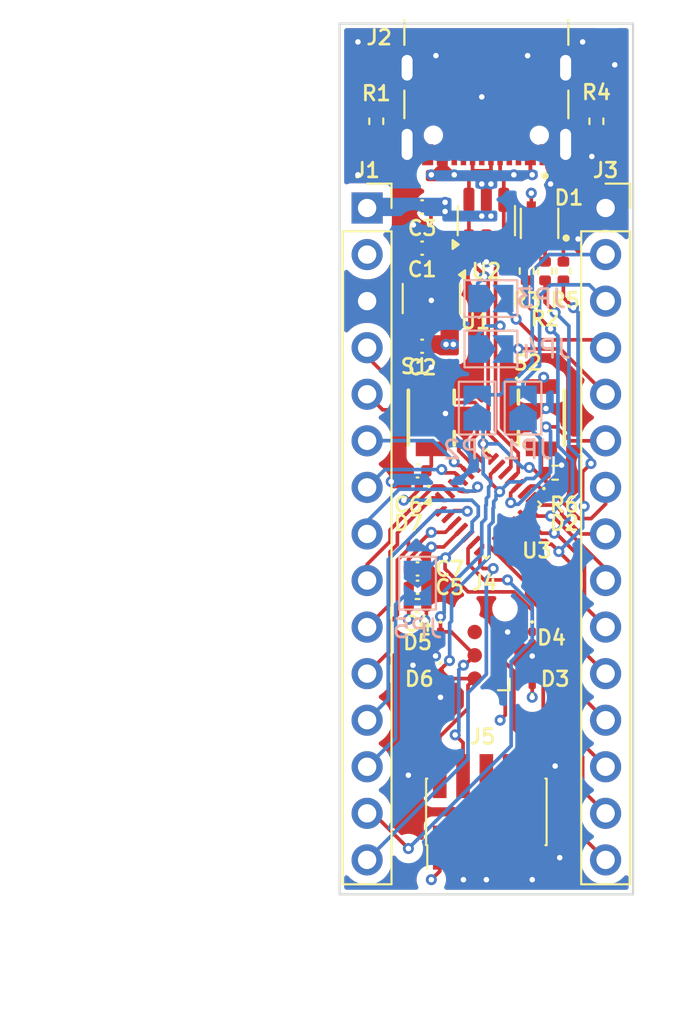
<source format=kicad_pcb>
(kicad_pcb (version 20241229) (generator "pcbnew") (generator_version "9.0")
  (layers (0 "F.Cu" signal) (4 "In1.Cu" signal) (6 "In2.Cu" signal) (2 "B.Cu" signal) (13 "F.Paste" user) (15 "B.Paste" user) (5 "F.SilkS" user "F.Silkscreen") (7 "B.SilkS" user "B.Silkscreen") (1 "F.Mask" user) (3 "B.Mask" user) (25 "Edge.Cuts" user))
  (net 0 "")
  (net 1 "Net-(J2-CC1)")
  (net 4 "VCC")
  (net 5 "GND")
  (net 6 "USB_DP")
  (net 7 "USB_DN")
  (net 8 "Net-(J2-CC2)")
  (net 9 "+3V3")
  (net 14 "DEBUG_RESET")
  (net 15 "DEBUG_SWDIO")
  (net 16 "PA11")
  (net 17 "PC6")
  (net 18 "PA8")
  (net 19 "PB1")
  (net 20 "PA4")
  (net 21 "PA5")
  (net 22 "PA6")
  (net 23 "PB0")
  (net 24 "PA7")
  (net 25 "PA3")
  (net 26 "PA12")
  (net 27 "PB7")
  (net 28 "PB6")
  (net 29 "PB5")
  (net 30 "PB3")
  (net 31 "PA0")
  (net 32 "PA15")
  (net 33 "PB4")
  (net 34 "PC15")
  (net 35 "PB8")
  (net 36 "PC14")
  (net 37 "PA2")
  (net 38 "PA1")
  (net 39 "PA14")
  (net 40 "PA13")
  (net 41 "PF2")
  (net 42 "Net-(D1-Pad2)")
  (net 43 "Net-(D1-Pad1)")
  (net 44 "Net-(D1-Pad4)")
  (net 45 "BOOT0")
  (footprint "Resistor_SMD:R_0402_1005Metric" (layer "F.Cu") (at 135.55 81.2275 90)
    (property "Reference" "R3")
    (property "Value" "30")
  )
  (footprint "Diode_SMD:D_0201_0603Metric" (layer "F.Cu") (at 137.35 93.091165)
    (property "Reference" "D2")
    (property "Value" "ESDALC6V1-1U2")
  )
  (footprint "footprints:C_0402_1005Metric" (layer "F.Cu") (at 129.6 97.4775)
    (property "Reference" "C7")
    (property "Value" "100nF")
  )
  (footprint "Resistor_SMD:R_0402_1005Metric" (layer "F.Cu") (at 139.35 73.0575 -90)
    (property "Reference" "R4")
    (property "Value" "5K1")
  )
  (footprint "Capacitor_SMD:C_0402_1005Metric" (layer "F.Cu") (at 129.6 99.4775)
    (property "Reference" "C4")
    (property "Value" "100nF")
  )
  (footprint "footprints:C_0402_1005Metric" (layer "F.Cu") (at 129.6 98.4775)
    (property "Reference" "C5")
    (property "Value" "4.7uF")
  )
  (footprint "footprints:C_0402_1005Metric" (layer "F.Cu") (at 129.85 85.3275 180)
    (property "Reference" "C2")
    (property "Value" "1uF")
  )
  (footprint "footprints:LED_B38G3RGB-10D0003H2U1930" (layer "F.Cu") (at 136.25 78.6275 180)
    (property "Reference" "D1")
    (property "Value" "B38G3RGB-10D0003H2U1930")
  )
  (footprint "Package_DFN_QFN:QFN-28_4x4mm_P0.5mm" (layer "F.Cu") (at 133.35 93.952394 45)
    (property "Reference" "U3")
    (property "Value" "STM32C071G8Ux")
  )
  (footprint "Resistor_SMD:R_0402_1005Metric" (layer "F.Cu") (at 137.55 81.2275 90)
    (property "Reference" "R5")
    (property "Value" "130")
  )
  (footprint "Diode_SMD:D_0201_0603Metric" (layer "F.Cu") (at 130.85 103.4775 -90)
    (property "Reference" "D6")
    (property "Value" "ESDALC6V1-1U2")
  )
  (footprint "footprints:TL1017AABF160QG" (layer "F.Cu") (at 130.35 89.2275 90)
    (property "Reference" "S1")
    (property "Value" "TL1017AABF160QG" (hide yes))
  )
  (footprint "Diode_SMD:D_0201_0603Metric" (layer "F.Cu") (at 130.85 101.2275 -90)
    (property "Reference" "D5")
    (property "Value" "ESDALC6V1-1U2")
  )
  (footprint "Package_TO_SOT_SMD:SOT-23-6" (layer "F.Cu") (at 133.35 78.4775 90)
    (property "Reference" "U2")
    (property "Value" "USBLC6-2SC6")
  )
  (footprint "Fiducial:Fiducial_0.5mm_Mask1mm" (layer "F.Cu") (at 139.954 68.7395)
    (property "Reference" "FID2")
    (property "Value" "Fiducial")
  )
  (footprint "Package_TO_SOT_SMD:SOT-23-5" (layer "F.Cu") (at 130.35 82.7275 -90)
    (property "Reference" "U1")
    (property "Value" "TLV75533PDBV")
  )
  (footprint "footprints:C_0402_1005Metric" (layer "F.Cu") (at 129.85 77.7275 180)
    (property "Reference" "C3")
    (property "Value" "100pF")
  )
  (footprint "footprints:SAMESKY_UJ20-C-H-G-SMT-1-P16-TR" (layer "F.Cu") (at 133.35 71.7875 180)
    (property "Reference" "J2")
    (property "Value" "UJ20-C-H-G-SMT-1-P16-TR")
  )
  (footprint "Connector_PinSocket_2.54mm:PinSocket_1x15_P2.54mm_Vertical" (layer "F.Cu") (at 139.85 77.7875)
    (property "Reference" "J3")
    (property "Value" "Conn_01x14")
  )
  (footprint "footprints:C_0402_1005Metric" (layer "F.Cu") (at 129.6 92.1275 180)
    (property "Reference" "C6")
    (property "Value" "100nF")
  )
  (footprint "Diode_SMD:D_0201_0603Metric" (layer "F.Cu") (at 135.85 101.2275 -90)
    (property "Reference" "D4")
    (property "Value" "ESDALC6V1-1U2")
  )
  (footprint "Connector:Tag-Connect_TC2030-IDC-NL_2x03_P1.27mm_Vertical" (layer "F.Cu") (at 133.35 102.1875 90)
    (property "Reference" "J4")
    (property "Value" "Conn_ARM_SWD_TagConnect_TC2030-NL")
  )
  (footprint "Fiducial:Fiducial_0.5mm_Mask1mm" (layer "F.Cu") (at 137.1 98.4775)
    (property "Reference" "FID3")
    (property "Value" "Fiducial")
  )
  (footprint "Fiducial:Fiducial_0.5mm_Mask1mm" (layer "F.Cu") (at 127 70.0095)
    (property "Reference" "FID1")
    (property "Value" "Fiducial")
  )
  (footprint "Connector_PinHeader_1.27mm:PinHeader_2x05_P1.27mm_Vertical_SMD" (layer "F.Cu") (at 133.35 110.7275 90)
    (property "Reference" "J5")
    (property "Value" "Conn_ARM_JTAG_SWD_10")
  )
  (footprint "Resistor_SMD:R_0402_1005Metric" (layer "F.Cu") (at 136.55 81.2275 90)
    (property "Reference" "R2")
    (property "Value" "30")
  )
  (footprint "Connector_PinSocket_2.54mm:PinSocket_1x15_P2.54mm_Vertical" (layer "F.Cu") (at 126.85 77.7875)
    (property "Reference" "J1")
    (property "Value" "Conn_01x14")
  )
  (footprint "footprints:TL1017AABF160QG" (layer "F.Cu") (at 136.35 89.2275 -90)
    (property "Reference" "S2")
    (property "Value" "TL1017AABF160QG" (hide yes))
  )
  (footprint "footprints:C_0402_1005Metric" (layer "F.Cu") (at 129.85 79.9775 180)
    (property "Reference" "C1")
    (property "Value" "1uF")
  )
  (footprint "Diode_SMD:D_0201_0603Metric" (layer "F.Cu") (at 135.85 103.4775 90)
    (property "Reference" "D3")
    (property "Value" "ESDALC6V1-1U2")
  )
  (footprint "Diode_SMD:D_0201_0603Metric" (layer "F.Cu") (at 129.35 92.9775 180)
    (property "Reference" "D7")
    (property "Value" "ESDALC6V1-1U2")
  )
  (footprint "Resistor_SMD:R_0402_1005Metric" (layer "F.Cu") (at 137.1 92.2275 180)
    (property "Reference" "R6")
    (property "Value" "5K1")
  )
  (footprint "Resistor_SMD:R_0402_1005Metric" (layer "F.Cu") (at 127.35 73.0575 -90)
    (property "Reference" "R1")
    (property "Value" "5K1")
  )
  (footprint "footprints:SolderJumper-2_P1.3mm_Open_TrianglePad1.0x1.5mm" (layer "B.Cu") (at 135.35 88.7025 90)
    (property "Reference" "JP1")
    (property "Value" "SolderJumper_2_Open")
  )
  (footprint "footprints:SolderJumper-2_P1.3mm_Open_TrianglePad1.0x1.5mm" (layer "B.Cu") (at 132.85 88.7025 90)
    (property "Reference" "JP2")
    (property "Value" "SolderJumper_2_Open")
  )
  (footprint "footprints:SolderJumper-2_P1.3mm_Open_TrianglePad1.0x1.5mm" (layer "B.Cu") (at 129.6 98.2525 -90)
    (property "Reference" "JP5")
    (property "Value" "SolderJumper_2_Open")
  )
  (footprint "footprints:SolderJumper-2_P1.3mm_Open_TrianglePad1.0x1.5mm" (layer "B.Cu") (at 133.6 82.7275)
    (property "Reference" "JP3")
    (property "Value" "SolderJumper_2_Open")
  )
  (footprint "footprints:SolderJumper-2_P1.3mm_Open_TrianglePad1.0x1.5mm" (layer "B.Cu") (at 133.6 85.4775)
    (property "Reference" "JP4")
    (property "Value" "SolderJumper_2_Open")
  )
  (gr_line (start 141.35 115.2275) (end 125.35 115.2275) (stroke (width 0.12)) (layer "Edge.Cuts"))
  (gr_line (start 125.35 67.7275) (end 141.35 67.7275) (stroke (width 0.12)) (layer "Edge.Cuts"))
  (gr_line (start 125.35 115.2275) (end 125.35 67.7275) (stroke (width 0.12)) (layer "Edge.Cuts"))
  (gr_line (start 141.35 67.7275) (end 141.35 115.2275) (stroke (width 0.12)) (layer "Edge.Cuts"))
  (segment (start 139.446 72.5475) (end 136.108 72.5475) (width 0.2) (layer "F.Cu") (net 1))
  (segment (start 134.6 74.0555) (end 134.6 74.8825) (width 0.2) (layer "F.Cu") (net 1))
  (segment (start 136.108 72.5475) (end 134.6 74.0555) (width 0.2) (layer "F.Cu") (net 1))
  (segment (start 133.35 77.34) (end 133.35 77.9775) (width 0.2) (layer "F.Cu") (net 4))
  (segment (start 131.6 75.9775) (end 130.95 75.3275) (width 0.2) (layer "F.Cu") (net 4))
  (segment (start 133.35 77.34) (end 133.35 76.7275) (width 0.2) (layer "F.Cu") (net 4))
  (segment (start 131.3 80.9475) (end 131.3 81.59) (width 0.2) (layer "F.Cu") (net 4))
  (segment (start 130.33 79.9775) (end 131.3 80.9475) (width 0.2) (layer "F.Cu") (net 4))
  (segment (start 130.85 77.7275) (end 131.1 77.4775) (width 0.2) (layer "F.Cu") (net 4))
  (segment (start 135.75 75.8775) (end 135.85 75.9775) (width 0.2) (layer "F.Cu") (net 4))
  (segment (start 130.39 77.7875) (end 130.33 77.7275) (width 0.2) (layer "F.Cu") (net 4))
  (segment (start 130.95 75.3275) (end 130.95 74.8825) (width 0.2) (layer "F.Cu") (net 4))
  (segment (start 130.33 79.9775) (end 129.4 80.9075) (width 0.2) (layer "F.Cu") (net 4))
  (segment (start 133.1 76.4775) (end 133.6 76.4775) (width 0.2) (layer "F.Cu") (net 4))
  (segment (start 133.35 76.7275) (end 133.6 76.4775) (width 0.2) (layer "F.Cu") (net 4))
  (segment (start 135.75 75.9775) (end 135.75 74.8825) (width 0.2) (layer "F.Cu") (net 4))
  (segment (start 135.75 74.8825) (end 135.75 75.8775) (width 0.2) (layer "F.Cu") (net 4))
  (segment (start 130.85 77.7275) (end 131.1 77.9775) (width 0.2) (layer "F.Cu") (net 4))
  (segment (start 130.35 75.9775) (end 130.95 75.3775) (width 0.2) (layer "F.Cu") (net 4))
  (segment (start 134.85 75.9775) (end 135.75 75.9775) (width 0.2) (layer "F.Cu") (net 4))
  (segment (start 130.33 77.7275) (end 130.33 79.9775) (width 0.2) (layer "F.Cu") (net 4))
  (segment (start 129.4 80.9075) (end 129.4 81.59) (width 0.2) (layer "F.Cu") (net 4))
  (segment (start 133.313503 77.053503) (end 133.35 77.09) (width 0.2) (layer "F.Cu") (net 4))
  (segment (start 133.35 77.9775) (end 133.6 78.2275) (width 0.2) (layer "F.Cu") (net 4))
  (segment (start 130.95 75.3775) (end 130.95 74.8825) (width 0.2) (layer "F.Cu") (net 4))
  (segment (start 130.33 77.7275) (end 130.85 77.7275) (width 0.2) (layer "F.Cu") (net 4))
  (via (at 133.1 76.4775) (size 0.6) (drill 0.3) (layers "F.Cu" "B.Cu") (net 4))
  (via (at 133.6 78.2275) (size 0.6) (drill 0.3) (layers "F.Cu" "B.Cu") (net 4))
  (via (at 131.1 77.4775) (size 0.6) (drill 0.3) (layers "F.Cu" "B.Cu") (net 4))
  (via (at 135.85 75.9775) (size 0.6) (drill 0.3) (layers "F.Cu" "B.Cu") (net 4))
  (via (at 133.1 78.2275) (size 0.6) (drill 0.3) (layers "F.Cu" "B.Cu") (net 4))
  (via (at 134.85 75.9775) (size 0.6) (drill 0.3) (layers "F.Cu" "B.Cu") (net 4))
  (via (at 131.6 75.9775) (size 0.6) (drill 0.3) (layers "F.Cu" "B.Cu") (net 4))
  (via (at 131.1 77.9775) (size 0.6) (drill 0.3) (layers "F.Cu" "B.Cu") (net 4))
  (via (at 133.6 76.4775) (size 0.6) (drill 0.3) (layers "F.Cu" "B.Cu") (net 4))
  (via (at 130.35 75.9775) (size 0.6) (drill 0.3) (layers "F.Cu" "B.Cu") (net 4))
  (segment (start 138.42 73.5675) (end 137.67 74.3175) (width 0.2) (layer "F.Cu") (net 5))
  (segment (start 130.08 99.4775) (end 130.08 100.188005) (width 0.2) (layer "F.Cu") (net 5))
  (segment (start 137.45 91.812931) (end 137.668167 92.031098) (width 0.2) (layer "F.Cu") (net 5))
  (segment (start 129.37 78.7075) (end 129.37 79.9775) (width 0.2) (layer "F.Cu") (net 5))
  (segment (start 130.08 100.188005) (end 130.003321 100.264684) (width 0.2) (layer "F.Cu") (net 5))
  (segment (start 130.349 96.277503) (end 130.349002 96.277501) (width 0.2) (layer "F.Cu") (net 5))
  (segment (start 129.12 92.1275) (end 129.12 92.8875) (width 0.2) (layer "F.Cu") (net 5))
  (segment (start 134.045 100.9775) (end 133.985 100.9175) (width 0.2) (layer "F.Cu") (net 5))
  (segment (start 130.08 99.4775) (end 130.08 96.546503) (width 0.2) (layer "F.Cu") (net 5))
  (segment (start 134.449708 100.9775) (end 134.045 100.9775) (width 0.2) (layer "F.Cu") (net 5))
  (segment (start 139.446 73.5675) (end 138.42 73.5675) (width 0.2) (layer "F.Cu") (net 5))
  (segment (start 129.37 85.4975) (end 130.35 86.4775) (width 0.2) (layer "F.Cu") (net 5))
  (segment (start 137.668167 92.169333) (end 137.61 92.2275) (width 0.2) (layer "F.Cu") (net 5))
  (segment (start 129.37 85.3275) (end 129.37 85.4975) (width 0.2) (layer "F.Cu") (net 5))
  (segment (start 135.85 114.4275) (end 135.89 114.3875) (width 0.2) (layer "F.Cu") (net 5))
  (segment (start 132 89.2275) (end 131.350526 89.2275) (width 0.2) (layer "F.Cu") (net 5))
  (segment (start 130.08 96.546503) (end 130.349 96.277503) (width 0.2) (layer "F.Cu") (net 5))
  (segment (start 130.35 84.3475) (end 130.35 82.8275) (width 0.2) (layer "F.Cu") (net 5))
  (segment (start 129.37 85.3275) (end 130.35 84.3475) (width 0.2) (layer "F.Cu") (net 5))
  (segment (start 130.35 87.527499) (end 130.35 86.4775) (width 0.2) (layer "F.Cu") (net 5))
  (segment (start 136.55 74.8825) (end 137.105 74.8825) (width 0.2) (layer "F.Cu") (net 5))
  (segment (start 134.7 89.2275) (end 136.1 89.2275) (width 0.2) (layer "F.Cu") (net 5))
  (segment (start 130.582102 101.815398) (end 130.85 101.5475) (width 0.2) (layer "F.Cu") (net 5))
  (segment (start 136.1 89.2275) (end 136.6 88.7275) (width 0.2) (layer "F.Cu") (net 5))
  (segment (start 131.024893 96.277501) (end 131.979981 95.322413) (width 0.2) (layer "F.Cu") (net 5))
  (segment (start 131.350526 89.2275) (end 131.119526 88.9965) (width 0.2) (layer "F.Cu") (net 5))
  (segment (start 128.28 73.5675) (end 129.03 74.3175) (width 0.2) (layer "F.Cu") (net 5))
  (segment (start 132.08 114.4075) (end 132.1 114.4275) (width 0.2) (layer "F.Cu") (net 5))
  (segment (start 130.35 81.59) (end 130.35 82.8275) (width 0.2) (layer "F.Cu") (net 5))
  (segment (start 129.37 78.7075) (end 129.37 77.7275) (width 0.2) (layer "F.Cu") (net 5))
  (segment (start 135.85 102.2275) (end 135.85 101.5475) (width 0.2) (layer "F.Cu") (net 5))
  (segment (start 137.668167 92.031098) (end 137.668167 92.169333) (width 0.2) (layer "F.Cu") (net 5))
  (segment (start 127.254 73.5675) (end 128.28 73.5675) (width 0.2) (layer "F.Cu") (net 5))
  (segment (start 132.08 112.6775) (end 132.08 114.4075) (width 0.2) (layer "F.Cu") (net 5))
  (segment (start 130.582102 102.221534) (end 130.582102 101.815398) (width 0.2) (layer "F.Cu") (net 5))
  (segment (start 134.511354 100.915854) (end 134.449708 100.9775) (width 0.2) (layer "F.Cu") (net 5))
  (segment (start 128.163467 92.715561) (end 128.425406 92.9775) (width 0.2) (layer "F.Cu") (net 5))
  (segment (start 135.85 103.1575) (end 135.85 102.2275) (width 0.2) (layer "F.Cu") (net 5))
  (segment (start 135.89 114.3875) (end 135.89 112.6775) (width 0.2) (layer "F.Cu") (net 5))
  (segment (start 129.12 92.8875) (end 129.03 92.9775) (width 0.2) (layer "F.Cu") (net 5))
  (segment (start 128.425406 92.9775) (end 129.03 92.9775) (width 0.2) (layer "F.Cu") (net 5))
  (segment (start 133.35 79.365) (end 133.35 80.7275) (width 0.2) (layer "F.Cu") (net 5))
  (segment (start 137.105 74.8825) (end 137.67 74.3175) (width 0.2) (layer "F.Cu") (net 5))
  (segment (start 133.35 112.6775) (end 133.35 114.4275) (width 0.2) (layer "F.Cu") (net 5))
  (segment (start 130.85 104.4775) (end 130.85 103.7975) (width 0.2) (layer "F.Cu") (net 5))
  (segment (start 130.349002 96.277501) (end 131.024893 96.277501) (width 0.2) (layer "F.Cu") (net 5))
  (via (at 138.6 68.7275) (size 0.6) (drill 0.3) (layers "F.Cu" "B.Cu") (net 5))
  (via (at 130.003321 100.264684) (size 0.6) (drill 0.3) (layers "F.Cu" "B.Cu") (net 5))
  (via (at 133.35 80.7275) (size 0.6) (drill 0.3) (layers "F.Cu" "B.Cu") (net 5))
  (via (at 129.1 108.7275) (size 0.6) (drill 0.3) (layers "F.Cu" "B.Cu") (net 5))
  (via (at 129.37 78.7075) (size 0.6) (drill 0.3) (layers "F.Cu" "B.Cu") (net 5))
  (via (at 126.35 68.7275) (size 0.6) (drill 0.3) (layers "F.Cu" "B.Cu") (net 5))
  (via (at 135.85 102.2275) (size 0.6) (drill 0.3) (layers "F.Cu" "B.Cu") (net 5))
  (via (at 130.6 69.4775) (size 0.6) (drill 0.3) (layers "F.Cu" "B.Cu") (net 5))
  (via (at 140.35 69.9775) (size 0.6) (drill 0.3) (layers "F.Cu" "B.Cu") (net 5))
  (via (at 130.582102 102.221534) (size 0.6) (drill 0.3) (layers "F.Cu" "B.Cu") (net 5))
  (via (at 133.1 71.7275) (size 0.6) (drill 0.3) (layers "F.Cu" "B.Cu") (net 5))
  (via (at 136.6 88.7275) (size 0.6) (drill 0.3) (layers "F.Cu" "B.Cu") (net 5))
  (via (at 134.511354 100.915854) (size 0.6) (drill 0.3) (layers "F.Cu" "B.Cu") (net 5))
  (via (at 128.163467 92.715561) (size 0.6) (drill 0.3) (layers "F.Cu" "B.Cu") (net 5))
  (via (at 130.35 86.4775) (size 0.6) (drill 0.3) (layers "F.Cu" "B.Cu") (net 5))
  (via (at 130.349 96.277503) (size 0.6) (drill 0.3) (layers "F.Cu" "B.Cu") (net 5))
  (via (at 136.85 76.4775) (size 0.6) (drill 0.3) (layers "F.Cu" "B.Cu") (net 5))
  (via (at 137.45 91.812931) (size 0.6) (drill 0.3) (layers "F.Cu" "B.Cu") (net 5))
  (via (at 129.35 102.7275) (size 0.6) (drill 0.3) (layers "F.Cu" "B.Cu") (net 5))
  (via (at 130.85 104.4775) (size 0.6) (drill 0.3) (layers "F.Cu" "B.Cu") (net 5))
  (via (at 126.35 75.9775) (size 0.6) (drill 0.3) (layers "F.Cu" "B.Cu") (net 5))
  (via (at 135.6 69.4775) (size 0.6) (drill 0.3) (layers "F.Cu" "B.Cu") (net 5))
  (via (at 131.119526 88.9965) (size 0.6) (drill 0.3) (layers "F.Cu" "B.Cu") (net 5))
  (via (at 130.35 82.8275) (size 0.6) (drill 0.3) (layers "F.Cu" "B.Cu") (net 5))
  (via (at 138.35 79.4775) (size 0.6) (drill 0.3) (layers "F.Cu" "B.Cu") (net 5))
  (via (at 139.1 74.9775) (size 0.6) (drill 0.3) (layers "F.Cu" "B.Cu") (net 5))
  (via (at 133.35 114.4275) (size 0.6) (drill 0.3) (layers "F.Cu" "B.Cu") (net 5))
  (via (at 137.35 113.2275) (size 0.6) (drill 0.3) (layers "F.Cu" "B.Cu") (net 5))
  (via (at 132.1 114.4275) (size 0.6) (drill 0.3) (layers "F.Cu" "B.Cu") (net 5))
  (via (at 135.85 114.4275) (size 0.6) (drill 0.3) (layers "F.Cu" "B.Cu") (net 5))
  (via (at 137.1 108.2275) (size 0.6) (drill 0.3) (layers "F.Cu" "B.Cu") (net 5))
  (segment (start 132.6 75.8075) (end 132.6 75.7095) (width 0.2) (layer "F.Cu") (net 6))
  (segment (start 133.6 74.8825) (end 133.6 75.7095) (width 0.2) (layer "F.Cu") (net 6))
  (segment (start 132.749 80.976443) (end 133.449 81.676443) (width 0.2) (layer "F.Cu") (net 6))
  (segment (start 132.749 79.714) (end 132.749 80.976443) (width 0.2) (layer "F.Cu") (net 6))
  (segment (start 132.4 77) (end 132.4 76.0075) (width 0.2) (layer "F.Cu") (net 6))
  (segment (start 132.6 75.7095) (end 132.6 74.8825) (width 0.2) (layer "F.Cu") (net 6))
  (segment (start 132.4 77) (end 132.4 79.275) (width 0.2) (layer "F.Cu") (net 6))
  (segment (start 133.449 90.0765) (end 134.686997 91.314497) (width 0.2) (layer "F.Cu") (net 6))
  (segment (start 133.449 81.676443) (end 133.449 90.0765) (width 0.2) (layer "F.Cu") (net 6))
  (segment (start 134.686997 91.90829) (end 134.366466 92.228821) (width 0.2) (layer "F.Cu") (net 6))
  (segment (start 132.4 76.0075) (end 132.6 75.8075) (width 0.2) (layer "F.Cu") (net 6))
  (segment (start 132.4 79.365) (end 132.749 79.714) (width 0.2) (layer "F.Cu") (net 6))
  (segment (start 134.686997 91.314497) (end 134.686997 91.90829) (width 0.2) (layer "F.Cu") (net 6))
  (segment (start 133.551 75.7585) (end 132.649 75.7585) (width 0.2) (layer "F.Cu") (net 6))
  (segment (start 132.649 75.7585) (end 132.6 75.7095) (width 0.2) (layer "F.Cu") (net 6))
  (segment (start 133.6 75.7095) (end 133.551 75.7585) (width 0.2) (layer "F.Cu") (net 6))
  (via (at 133.25 81.527472) (size 0.6) (drill 0.3) (layers "F.Cu" "B.Cu") (net 6))
  (segment (start 132.875 81.902472) (end 132.875 82.7275) (width 0.2) (layer "B.Cu") (net 6))
  (segment (start 133.25 81.527472) (end 132.875 81.902472) (width 0.2) (layer "B.Cu") (net 6))
  (segment (start 134.051 74.0065) (end 134.1 74.0555) (width 0.2) (layer "F.Cu") (net 7))
  (segment (start 133.85 89.9104) (end 133.85 84.2275) (width 0.2) (layer "F.Cu") (net 7))
  (segment (start 133.224 74.0065) (end 134.051 74.0065) (width 0.2) (layer "F.Cu") (net 7))
  (segment (start 133.85 81.077443) (end 133.951 80.976443) (width 0.2) (layer "F.Cu") (net 7))
  (segment (start 134.3 77) (end 134.3 79.275) (width 0.2) (layer "F.Cu") (net 7))
  (segment (start 134.1 74.0555) (end 134.1 74.8825) (width 0.2) (layer "F.Cu") (net 7))
  (segment (start 134.3 77) (end 134.3 76.0275) (width 0.2) (layer "F.Cu") (net 7))
  (segment (start 134.3 76.0275) (end 134.1 75.8275) (width 0.2) (layer "F.Cu") (net 7))
  (segment (start 134.1 75.8275) (end 134.1 74.8825) (width 0.2) (layer "F.Cu") (net 7))
  (segment (start 133.855 84.2225) (end 133.85 84.2275) (width 0.2) (layer "F.Cu") (net 7))
  (segment (start 133.85 84.2275) (end 133.85 81.077443) (width 0.2) (layer "F.Cu") (net 7))
  (segment (start 134.1 84.2225) (end 133.855 84.2225) (width 0.2) (layer "F.Cu") (net 7))
  (segment (start 134.720019 92.582375) (end 135.087997 92.214397) (width 0.2) (layer "F.Cu") (net 7))
  (segment (start 135.087997 91.148397) (end 133.85 89.9104) (width 0.2) (layer "F.Cu") (net 7))
  (segment (start 135.087997 92.214397) (end 135.087997 91.148397) (width 0.2) (layer "F.Cu") (net 7))
  (segment (start 133.951 80.976443) (end 133.951 79.714) (width 0.2) (layer "F.Cu") (net 7))
  (segment (start 133.951 79.714) (end 134.3 79.365) (width 0.2) (layer "F.Cu") (net 7))
  (segment (start 133.1 74.8825) (end 133.1 74.1305) (width 0.2) (layer "F.Cu") (net 7))
  (segment (start 133.1 74.1305) (end 133.224 74.0065) (width 0.2) (layer "F.Cu") (net 7))
  (via (at 134.1 84.2225) (size 0.6) (drill 0.3) (layers "F.Cu" "B.Cu") (net 7))
  (segment (start 132.875 84.7225) (end 132.875 85.4775) (width 0.2) (layer "B.Cu") (net 7))
  (segment (start 134.1 84.2225) (end 133.375 84.2225) (width 0.2) (layer "B.Cu") (net 7))
  (segment (start 133.375 84.2225) (end 132.875 84.7225) (width 0.2) (layer "B.Cu") (net 7))
  (segment (start 131.6 73.9775) (end 131.6 74.8825) (width 0.2) (layer "F.Cu") (net 8))
  (segment (start 127.254 72.5475) (end 130.17 72.5475) (width 0.2) (layer "F.Cu") (net 8))
  (segment (start 130.17 72.5475) (end 131.6 73.9775) (width 0.2) (layer "F.Cu") (net 8))
  (segment (start 129.12 96.9975) (end 129.12 99.4775) (width 0.2) (layer "F.Cu") (net 9))
  (segment (start 130.100057 95.676503) (end 129.748 96.02856) (width 0.2) (layer "F.Cu") (net 9))
  (segment (start 130.349 95.478924) (end 130.349 95.676503) (width 0.2) (layer "F.Cu") (net 9))
  (segment (start 130.43 85.2275) (end 130.33 85.3275) (width 0.2) (layer "F.Cu") (net 9))
  (segment (start 133.985 103.4575) (end 134.378699 103.851199) (width 0.2) (layer "F.Cu") (net 9))
  (segment (start 135.85 104.4775) (end 135.85 103.7975) (width 0.2) (layer "F.Cu") (net 9))
  (segment (start 129.12 100.2075) (end 129.12 99.4775) (width 0.2) (layer "F.Cu") (net 9))
  (segment (start 136.47292 87.020209) (end 136.35 87.143129) (width 0.2) (layer "F.Cu") (net 9))
  (segment (start 134.378699 105.448801) (end 134.1 105.7275) (width 0.2) (layer "F.Cu") (net 9))
  (segment (start 130.81 113.9675) (end 130.35 114.4275) (width 0.2) (layer "F.Cu") (net 9))
  (segment (start 130.347586 95.4775) (end 131.117787 95.4775) (width 0.2) (layer "F.Cu") (net 9))
  (segment (start 134.378699 103.851199) (end 134.378699 105.448801) (width 0.2) (layer "F.Cu") (net 9))
  (segment (start 131.3 85.0775) (end 131.15 85.2275) (width 0.2) (layer "F.Cu") (net 9))
  (segment (start 129.1 96.959403) (end 129.1 96.9775) (width 0.2) (layer "F.Cu") (net 9))
  (segment (start 129.748 96.311403) (end 129.1 96.959403) (width 0.2) (layer "F.Cu") (net 9))
  (segment (start 131.3 84.9775) (end 131.55 85.2275) (width 0.2) (layer "F.Cu") (net 9))
  (segment (start 131.3 83.865) (end 131.3 85.0775) (width 0.2) (layer "F.Cu") (net 9))
  (segment (start 129.1 100.2275) (end 129.12 100.2075) (width 0.2) (layer "F.Cu") (net 9))
  (segment (start 135.8 76.9775) (end 135.8 77.827501) (width 0.2) (layer "F.Cu") (net 9))
  (segment (start 130.81 112.6775) (end 130.81 113.9675) (width 0.2) (layer "F.Cu") (net 9))
  (segment (start 130.349 95.676503) (end 130.100057 95.676503) (width 0.2) (layer "F.Cu") (net 9))
  (segment (start 136.35 87.143129) (end 136.35 87.527499) (width 0.2) (layer "F.Cu") (net 9))
  (segment (start 131.3 83.865) (end 131.3 84.9775) (width 0.2) (layer "F.Cu") (net 9))
  (segment (start 129.1 96.9775) (end 129.12 96.9975) (width 0.2) (layer "F.Cu") (net 9))
  (segment (start 131.117787 95.4775) (end 131.626427 94.96886) (width 0.2) (layer "F.Cu") (net 9))
  (segment (start 130.347581 95.477505) (end 130.347586 95.4775) (width 0.2) (layer "F.Cu") (net 9))
  (segment (start 129.748 96.02856) (end 129.748 96.311403) (width 0.2) (layer "F.Cu") (net 9))
  (segment (start 131.15 85.2275) (end 130.43 85.2275) (width 0.2) (layer "F.Cu") (net 9))
  (segment (start 130.347581 95.477505) (end 130.349 95.478924) (width 0.2) (layer "F.Cu") (net 9))
  (via (at 131.15 85.2275) (size 0.6) (drill 0.3) (layers "F.Cu" "B.Cu") (net 9))
  (via (at 130.347581 95.477505) (size 0.6) (drill 0.3) (layers "F.Cu" "B.Cu") (net 9))
  (via (at 134.1 105.7275) (size 0.6) (drill 0.3) (layers "F.Cu" "B.Cu") (net 9))
  (via (at 130.35 114.4275) (size 0.6) (drill 0.3) (layers "F.Cu" "B.Cu") (net 9))
  (via (at 135.8 76.9775) (size 0.6) (drill 0.3) (layers "F.Cu" "B.Cu") (net 9))
  (via (at 131.55 85.2275) (size 0.6) (drill 0.3) (layers "F.Cu" "B.Cu") (net 9))
  (via (at 135.85 104.4775) (size 0.6) (drill 0.3) (layers "F.Cu" "B.Cu") (net 9))
  (via (at 136.47292 87.020209) (size 0.6) (drill 0.3) (layers "F.Cu" "B.Cu") (net 9))
  (via (at 129.1 100.2275) (size 0.6) (drill 0.3) (layers "F.Cu" "B.Cu") (net 9))
  (segment (start 132.35 98.7275) (end 131.1 97.4775) (width 0.2) (layer "F.Cu") (net 14))
  (segment (start 131.1 97.4775) (end 131.1 96.909501) (width 0.2) (layer "F.Cu") (net 14))
  (segment (start 129.1 93.7275) (end 129.67 93.1575) (width 0.2) (layer "F.Cu") (net 14))
  (segment (start 131.140186 96.869315) (end 132.333534 95.675967) (width 0.2) (layer "F.Cu") (net 14))
  (segment (start 133.985 102.1875) (end 135.265 100.9075) (width 0.2) (layer "F.Cu") (net 14))
  (segment (start 131.1 96.909501) (end 132.333534 95.675967) (width 0.2) (layer "F.Cu") (net 14))
  (segment (start 130.08 92.1275) (end 130.08 92.5675) (width 0.2) (layer "F.Cu") (net 14))
  (segment (start 135.89 107.2275) (end 134.85 106.1875) (width 0.2) (layer "F.Cu") (net 14))
  (segment (start 129.67 93.1575) (end 129.67 92.9775) (width 0.2) (layer "F.Cu") (net 14))
  (segment (start 128.85 93.7275) (end 129.1 93.7275) (width 0.2) (layer "F.Cu") (net 14))
  (segment (start 135.85 100.9075) (end 135.85 99.7275) (width 0.2) (layer "F.Cu") (net 14))
  (segment (start 135.265 100.9075) (end 135.85 100.9075) (width 0.2) (layer "F.Cu") (net 14))
  (segment (start 131.12367 96.869315) (end 131.140186 96.869315) (width 0.2) (layer "F.Cu") (net 14))
  (segment (start 134.85 103.0525) (end 133.985 102.1875) (width 0.2) (layer "F.Cu") (net 14))
  (segment (start 134.85 98.7275) (end 132.35 98.7275) (width 0.2) (layer "F.Cu") (net 14))
  (segment (start 135.89 108.7775) (end 135.89 107.2275) (width 0.2) (layer "F.Cu") (net 14))
  (segment (start 135.85 99.7275) (end 134.85 98.7275) (width 0.2) (layer "F.Cu") (net 14))
  (segment (start 130.35 91.8575) (end 130.08 92.1275) (width 0.2) (layer "F.Cu") (net 14))
  (segment (start 134.85 106.1875) (end 134.85 103.0525) (width 0.2) (layer "F.Cu") (net 14))
  (segment (start 130.35 90.927501) (end 130.35 91.8575) (width 0.2) (layer "F.Cu") (net 14))
  (segment (start 130.08 92.5675) (end 129.67 92.9775) (width 0.2) (layer "F.Cu") (net 14))
  (via (at 128.85 93.7275) (size 0.6) (drill 0.3) (layers "F.Cu" "B.Cu") (net 14))
  (via (at 131.12367 96.869315) (size 0.6) (drill 0.3) (layers "F.Cu" "B.Cu") (net 14))
  (segment (start 132.574355 95.41863) (end 132.574355 94.913978) (width 0.2) (layer "B.Cu") (net 14))
  (segment (start 132.574355 94.913978) (end 132.911891 94.576442) (width 0.2) (layer "B.Cu") (net 14))
  (segment (start 132.911891 94.078556) (end 132.559834 93.726499) (width 0.2) (layer "B.Cu") (net 14))
  (segment (start 132.911891 94.576442) (end 132.911891 94.078556) (width 0.2) (layer "B.Cu") (net 14))
  (segment (start 132.559834 93.726499) (end 132.061948 93.726499) (width 0.2) (layer "B.Cu") (net 14))
  (segment (start 132.061948 93.726499) (end 132.060947 93.7275) (width 0.2) (layer "B.Cu") (net 14))
  (segment (start 130.758185 96.869315) (end 129.6 98.0275) (width 0.2) (layer "B.Cu") (net 14))
  (segment (start 131.12367 96.869315) (end 132.574355 95.41863) (width 0.2) (layer "B.Cu") (net 14))
  (segment (start 131.12367 96.869315) (end 130.758185 96.869315) (width 0.2) (layer "B.Cu") (net 14))
  (segment (start 132.060947 93.7275) (end 128.85 93.7275) (width 0.2) (layer "B.Cu") (net 14))
  (segment (start 131.00987 103.1575) (end 130.85 103.1575) (width 0.2) (layer "F.Cu") (net 15))
  (segment (start 132.35 103.8225) (end 132.715 103.4575) (width 0.2) (layer "F.Cu") (net 15))
  (segment (start 134.073776 93.261957) (end 133.576355 92.764536) (width 0.2) (layer "F.Cu") (net 15))
  (segment (start 132.35 105.0836) (end 132.35 103.8225) (width 0.2) (layer "F.Cu") (net 15))
  (segment (start 132.715 103.4575) (end 131.30987 103.4575) (width 0.2) (layer "F.Cu") (net 15))
  (segment (start 131.30987 103.4575) (end 131.00987 103.1575) (width 0.2) (layer "F.Cu") (net 15))
  (segment (start 133.576355 92.311826) (end 134.012913 91.875268) (width 0.2) (layer "F.Cu") (net 15))
  (segment (start 130.85 103.1575) (end 130.85 102.965568) (width 0.2) (layer "F.Cu") (net 15))
  (segment (start 130.81 106.6236) (end 132.35 105.0836) (width 0.2) (layer "F.Cu") (net 15))
  (segment (start 133.576355 92.764536) (end 133.576355 92.311826) (width 0.2) (layer "F.Cu") (net 15))
  (segment (start 130.81 108.7775) (end 130.81 106.6236) (width 0.2) (layer "F.Cu") (net 15))
  (segment (start 130.85 102.965568) (end 131.341051 102.474517) (width 0.2) (layer "F.Cu") (net 15))
  (via (at 134.073776 93.261957) (size 0.6) (drill 0.3) (layers "F.Cu" "B.Cu") (net 15))
  (via (at 131.341051 102.474517) (size 0.6) (drill 0.3) (layers "F.Cu" "B.Cu") (net 15))
  (segment (start 136.288997 90.366497) (end 135.35 89.4275) (width 0.2) (layer "B.Cu") (net 15))
  (segment (start 133.501 96.8265) (end 131.451 98.8765) (width 0.2) (layer "B.Cu") (net 15))
  (segment (start 133.751 93.799776) (end 133.751 94.1436) (width 0.2) (layer "B.Cu") (net 15))
  (segment (start 135.534648 92.542852) (end 135.93694 92.542852) (width 0.2) (layer "B.Cu") (net 15))
  (segment (start 134.073776 93.261957) (end 133.873776 93.461957) (width 0.2) (layer "B.Cu") (net 15))
  (segment (start 134.6 92.7275) (end 135.35 92.7275) (width 0.2) (layer "B.Cu") (net 15))
  (segment (start 134.073776 93.261957) (end 134.073776 93.253724) (width 0.2) (layer "B.Cu") (net 15))
  (segment (start 133.713891 94.180709) (end 133.713891 94.908642) (width 0.2) (layer "B.Cu") (net 15))
  (segment (start 133.873776 93.461957) (end 133.873776 93.677) (width 0.2) (layer "B.Cu") (net 15))
  (segment (start 133.873776 93.677) (end 133.751 93.799776) (width 0.2) (layer "B.Cu") (net 15))
  (segment (start 133.501 95.121533) (end 133.501 96.8265) (width 0.2) (layer "B.Cu") (net 15))
  (segment (start 134.073776 93.253724) (end 134.6 92.7275) (width 0.2) (layer "B.Cu") (net 15))
  (segment (start 135.93694 92.542852) (end 136.288997 92.190795) (width 0.2) (layer "B.Cu") (net 15))
  (segment (start 131.35 102.465568) (end 131.341051 102.474517) (width 0.2) (layer "B.Cu") (net 15))
  (segment (start 131.35 100.427443) (end 131.35 102.465568) (width 0.2) (layer "B.Cu") (net 15))
  (segment (start 133.751 94.1436) (end 133.713891 94.180709) (width 0.2) (layer "B.Cu") (net 15))
  (segment (start 133.713891 94.908642) (end 133.501 95.121533) (width 0.2) (layer "B.Cu") (net 15))
  (segment (start 136.288997 92.190795) (end 136.288997 90.366497) (width 0.2) (layer "B.Cu") (net 15))
  (segment (start 131.451 98.8765) (end 131.451 100.326443) (width 0.2) (layer "B.Cu") (net 15))
  (segment (start 135.35 92.7275) (end 135.534648 92.542852) (width 0.2) (layer "B.Cu") (net 15))
  (segment (start 131.451 100.326443) (end 131.35 100.427443) (width 0.2) (layer "B.Cu") (net 15))
  (segment (start 135.1 85.4775) (end 137.38 85.4775) (width 0.2) (layer "F.Cu") (net 16))
  (segment (start 137.38 85.4775) (end 139.85 87.9475) (width 0.2) (layer "F.Cu") (net 16))
  (via (at 135.1 85.4775) (size 0.6) (drill 0.3) (layers "F.Cu" "B.Cu") (net 16))
  (segment (start 134.325 85.4775) (end 135.1 85.4775) (width 0.2) (layer "B.Cu") (net 16))
  (segment (start 137.161215 89.7275) (end 137.921215 90.4875) (width 0.2) (layer "F.Cu") (net 17))
  (segment (start 134.674776 93.334725) (end 135.073573 92.935928) (width 0.2) (layer "F.Cu") (net 17))
  (segment (start 137.921215 90.4875) (end 139.85 90.4875) (width 0.2) (layer "F.Cu") (net 17))
  (segment (start 136.605 89.7275) (end 137.161215 89.7275) (width 0.2) (layer "F.Cu") (net 17))
  (segment (start 134.674776 93.75719) (end 134.674776 93.334725) (width 0.2) (layer "F.Cu") (net 17))
  (segment (start 134.677896 93.76031) (end 134.674776 93.75719) (width 0.2) (layer "F.Cu") (net 17))
  (segment (start 134.677896 93.861527) (end 134.677896 93.76031) (width 0.2) (layer "F.Cu") (net 17))
  (via (at 134.677896 93.861527) (size 0.6) (drill 0.3) (layers "F.Cu" "B.Cu") (net 17))
  (via (at 136.605 89.7275) (size 0.6) (drill 0.3) (layers "F.Cu" "B.Cu") (net 17))
  (segment (start 134.698654 93.949967) (end 134.677896 93.929209) (width 0.2) (layer "B.Cu") (net 17))
  (segment (start 136.605 89.7275) (end 136.85 89.9725) (width 0.2) (layer "B.Cu") (net 17))
  (segment (start 134.677896 93.929209) (end 134.677896 93.861527) (width 0.2) (layer "B.Cu") (net 17))
  (segment (start 136.85 89.9725) (end 136.85 92.196892) (width 0.2) (layer "B.Cu") (net 17))
  (segment (start 135.096925 93.949967) (end 134.698654 93.949967) (width 0.2) (layer "B.Cu") (net 17))
  (segment (start 136.85 92.196892) (end 135.096925 93.949967) (width 0.2) (layer "B.Cu") (net 17))
  (segment (start 136.178088 92.953308) (end 136.499 93.27422) (width 0.2) (layer "F.Cu") (net 18))
  (segment (start 136.730129 93.591164) (end 137.270575 93.591164) (width 0.2) (layer "F.Cu") (net 18))
  (segment (start 136.499 93.27422) (end 136.499 93.360035) (width 0.2) (layer "F.Cu") (net 18))
  (segment (start 136.499 93.360035) (end 136.730129 93.591164) (width 0.2) (layer "F.Cu") (net 18))
  (segment (start 139.06224 94.7275) (end 139.85 93.93974) (width 0.2) (layer "F.Cu") (net 18))
  (segment (start 135.763299 92.953308) (end 136.178088 92.953308) (width 0.2) (layer "F.Cu") (net 18))
  (segment (start 139.85 93.93974) (end 139.85 93.0275) (width 0.2) (layer "F.Cu") (net 18))
  (segment (start 138.406911 94.7275) (end 139.06224 94.7275) (width 0.2) (layer "F.Cu") (net 18))
  (segment (start 135.427126 93.289481) (end 135.763299 92.953308) (width 0.2) (layer "F.Cu") (net 18))
  (segment (start 137.270575 93.591164) (end 138.406911 94.7275) (width 0.2) (layer "F.Cu") (net 18))
  (segment (start 137.456532 94.516932) (end 138.5071 95.5675) (width 0.2) (layer "F.Cu") (net 19))
  (segment (start 137.456532 94.344221) (end 137.456532 94.516932) (width 0.2) (layer "F.Cu") (net 19))
  (segment (start 137.104475 93.992164) (end 137.456532 94.344221) (width 0.2) (layer "F.Cu") (net 19))
  (segment (start 136.605588 93.993165) (end 136.606589 93.992164) (width 0.2) (layer "F.Cu") (net 19))
  (segment (start 135.823106 93.600608) (end 136.215663 93.993165) (width 0.2) (layer "F.Cu") (net 19))
  (segment (start 136.215663 93.993165) (end 136.605588 93.993165) (width 0.2) (layer "F.Cu") (net 19))
  (segment (start 138.5071 95.5675) (end 139.85 95.5675) (width 0.2) (layer "F.Cu") (net 19))
  (segment (start 136.606589 93.992164) (end 137.104475 93.992164) (width 0.2) (layer "F.Cu") (net 19))
  (segment (start 134.366466 95.675967) (end 136.35 97.659501) (width 0.2) (layer "F.Cu") (net 20))
  (segment (start 136.35 98.7275) (end 137.298 99.6755) (width 0.2) (layer "F.Cu") (net 20))
  (segment (start 137.298 105.7155) (end 139.85 108.2675) (width 0.2) (layer "F.Cu") (net 20))
  (segment (start 136.35 97.659501) (end 136.35 98.7275) (width 0.2) (layer "F.Cu") (net 20))
  (segment (start 137.298 99.6755) (end 137.298 105.7155) (width 0.2) (layer "F.Cu") (net 20))
  (segment (start 135.180557 95.642944) (end 137.772 98.234387) (width 0.2) (layer "F.Cu") (net 21))
  (segment (start 137.772 98.234387) (end 137.772 101.573362) (width 0.2) (layer "F.Cu") (net 21))
  (segment (start 137.85 101.651362) (end 137.85 103.7275) (width 0.2) (layer "F.Cu") (net 21))
  (segment (start 134.720019 95.322413) (end 135.04055 95.642944) (width 0.2) (layer "F.Cu") (net 21))
  (segment (start 137.772 101.573362) (end 137.85 101.651362) (width 0.2) (layer "F.Cu") (net 21))
  (segment (start 137.85 103.7275) (end 139.85 105.7275) (width 0.2) (layer "F.Cu") (net 21))
  (segment (start 135.04055 95.642944) (end 135.180557 95.642944) (width 0.2) (layer "F.Cu") (net 21))
  (segment (start 138.1 101.4375) (end 139.85 103.1875) (width 0.2) (layer "F.Cu") (net 22))
  (segment (start 135.498756 95.289391) (end 135.53411 95.289391) (width 0.2) (layer "F.Cu") (net 22))
  (segment (start 135.53411 95.289391) (end 136.172486 95.927765) (width 0.2) (layer "F.Cu") (net 22))
  (segment (start 137.55 81.7375) (end 137.55 82.6775) (width 0.2) (layer "F.Cu") (net 22))
  (segment (start 136.601792 95.927765) (end 136.801792 96.127765) (width 0.2) (layer "F.Cu") (net 22))
  (segment (start 136.801792 96.127765) (end 136.901735 96.127765) (width 0.2) (layer "F.Cu") (net 22))
  (segment (start 136.172486 95.927765) (end 136.601792 95.927765) (width 0.2) (layer "F.Cu") (net 22))
  (segment (start 138.1 97.32603) (end 138.1 101.4375) (width 0.2) (layer "F.Cu") (net 22))
  (segment (start 138.6 92.1795) (end 139.052 91.7275) (width 0.2) (layer "F.Cu") (net 22))
  (segment (start 138.6 93.9775) (end 138.6 92.1795) (width 0.2) (layer "F.Cu") (net 22))
  (segment (start 135.178225 94.96886) (end 135.498756 95.289391) (width 0.2) (layer "F.Cu") (net 22))
  (segment (start 135.073573 94.96886) (end 135.178225 94.96886) (width 0.2) (layer "F.Cu") (net 22))
  (segment (start 136.901735 96.127765) (end 138.1 97.32603) (width 0.2) (layer "F.Cu") (net 22))
  (segment (start 138.682815 94.060315) (end 138.6 93.9775) (width 0.2) (layer "F.Cu") (net 22))
  (segment (start 137.55 82.6775) (end 138.1 83.2275) (width 0.2) (layer "F.Cu") (net 22))
  (via (at 138.682815 94.060315) (size 0.6) (drill 0.3) (layers "F.Cu" "B.Cu") (net 22))
  (via (at 138.1 83.2275) (size 0.6) (drill 0.3) (layers "F.Cu" "B.Cu") (net 22))
  (via (at 137.300735 96.526765) (size 0.6) (drill 0.3) (layers "F.Cu" "B.Cu") (net 22))
  (via (at 139.052 91.7275) (size 0.6) (drill 0.3) (layers "F.Cu" "B.Cu") (net 22))
  (segment (start 138.1 83.2275) (end 138.35 83.4775) (width 0.2) (layer "B.Cu") (net 22))
  (segment (start 138.6 94.14313) (end 138.6 95.2275) (width 0.2) (layer "B.Cu") (net 22))
  (segment (start 138.35 83.4775) (end 138.35 90.728788) (width 0.2) (layer "B.Cu") (net 22))
  (segment (start 139.052 91.430788) (end 139.052 91.7275) (width 0.2) (layer "B.Cu") (net 22))
  (segment (start 138.6 95.2275) (end 137.300735 96.526765) (width 0.2) (layer "B.Cu") (net 22))
  (segment (start 138.682815 94.060315) (end 138.6 94.14313) (width 0.2) (layer "B.Cu") (net 22))
  (segment (start 138.35 90.728788) (end 139.052 91.430788) (width 0.2) (layer "B.Cu") (net 22))
  (segment (start 136.766665 94.394165) (end 139.85 97.4775) (width 0.2) (layer "F.Cu") (net 23))
  (segment (start 135.55 83.0765) (end 136.851 84.3775) (width 0.2) (layer "F.Cu") (net 23))
  (segment (start 135.55 81.7375) (end 135.55 83.0765) (width 0.2) (layer "F.Cu") (net 23))
  (segment (start 136.11209 94.593164) (end 136.855532 94.593164) (width 0.2) (layer "F.Cu") (net 23))
  (segment (start 139.85 97.4775) (end 139.85 98.1075) (width 0.2) (layer "F.Cu") (net 23))
  (segment (start 135.823106 94.30418) (end 136.11209 94.593164) (width 0.2) (layer "F.Cu") (net 23))
  (via (at 136.855532 94.593164) (size 0.6) (drill 0.3) (layers "F.Cu" "B.Cu") (net 23))
  (via (at 136.851 84.3775) (size 0.6) (drill 0.3) (layers "F.Cu" "B.Cu") (net 23))
  (segment (start 137.251 84.7775) (end 136.851 84.3775) (width 0.2) (layer "B.Cu") (net 23))
  (segment (start 138.051 91.563988) (end 137.251 90.763988) (width 0.2) (layer "B.Cu") (net 23))
  (segment (start 136.855532 94.593164) (end 136.855532 94.471968) (width 0.2) (layer "B.Cu") (net 23))
  (segment (start 137.251 90.763988) (end 137.251 84.7775) (width 0.2) (layer "B.Cu") (net 23))
  (segment (start 136.855532 94.471968) (end 138.051 93.2765) (width 0.2) (layer "B.Cu") (net 23))
  (segment (start 138.051 93.2765) (end 138.051 91.563988) (width 0.2) (layer "B.Cu") (net 23))
  (segment (start 136.55 82.9275) (end 137.1 83.4775) (width 0.2) (layer "F.Cu") (net 24))
  (segment (start 137.050735 95.526765) (end 137.149265 95.526765) (width 0.2) (layer "F.Cu") (net 24))
  (segment (start 138.699 99.4965) (end 139.85 100.6475) (width 0.2) (layer "F.Cu") (net 24))
  (segment (start 136.55 81.7375) (end 136.55 82.9275) (width 0.2) (layer "F.Cu") (net 24))
  (segment (start 138.699 97.0765) (end 138.699 99.4965) (width 0.2) (layer "F.Cu") (net 24))
  (segment (start 137.149265 95.526765) (end 138.699 97.0765) (width 0.2) (layer "F.Cu") (net 24))
  (segment (start 137.050735 95.526765) (end 136.338585 95.526765) (width 0.2) (layer "F.Cu") (net 24))
  (segment (start 136.338585 95.526765) (end 135.427126 94.615307) (width 0.2) (layer "F.Cu") (net 24))
  (via (at 137.050735 95.526765) (size 0.6) (drill 0.3) (layers "F.Cu" "B.Cu") (net 24))
  (via (at 137.1 83.4775) (size 0.6) (drill 0.3) (layers "F.Cu" "B.Cu") (net 24))
  (segment (start 138.452 91.397888) (end 138.452 93.4426) (width 0.2) (layer "B.Cu") (net 24))
  (segment (start 137.1 83.4775) (end 137.85 84.2275) (width 0.2) (layer "B.Cu") (net 24))
  (segment (start 137.85 90.795888) (end 138.452 91.397888) (width 0.2) (layer "B.Cu") (net 24))
  (segment (start 138.452 93.4426) (end 137.85 94.0446) (width 0.2) (layer "B.Cu") (net 24))
  (segment (start 137.85 84.2275) (end 137.85 90.795888) (width 0.2) (layer "B.Cu") (net 24))
  (segment (start 137.85 94.7275) (end 137.050735 95.526765) (width 0.2) (layer "B.Cu") (net 24))
  (segment (start 137.85 94.0446) (end 137.85 94.7275) (width 0.2) (layer "B.Cu") (net 24))
  (segment (start 134.808949 96.825556) (end 134.948056 96.825556) (width 0.2) (layer "F.Cu") (net 25))
  (segment (start 138.6 107.7275) (end 138.6 109.5575) (width 0.2) (layer "F.Cu") (net 25))
  (segment (start 135.949 98.8265) (end 136.897 99.7745) (width 0.2) (layer "F.Cu") (net 25))
  (segment (start 136.897 99.7745) (end 136.897 106.0245) (width 0.2) (layer "F.Cu") (net 25))
  (segment (start 138.6 109.5575) (end 139.85 110.8075) (width 0.2) (layer "F.Cu") (net 25))
  (segment (start 134.012913 96.02952) (end 134.808949 96.825556) (width 0.2) (layer "F.Cu") (net 25))
  (segment (start 135.949 97.8265) (end 135.949 98.8265) (width 0.2) (layer "F.Cu") (net 25))
  (segment (start 134.948056 96.825556) (end 135.949 97.8265) (width 0.2) (layer "F.Cu") (net 25))
  (segment (start 136.897 106.0245) (end 138.6 107.7275) (width 0.2) (layer "F.Cu") (net 25))
  (segment (start 134.975 83.8525) (end 136.1 84.9775) (width 0.2) (layer "F.Cu") (net 26))
  (segment (start 136.1 84.9775) (end 139.42 84.9775) (width 0.2) (layer "F.Cu") (net 26))
  (segment (start 139.42 84.9775) (end 139.85 85.4075) (width 0.2) (layer "F.Cu") (net 26))
  (via (at 134.975 83.8525) (size 0.6) (drill 0.3) (layers "F.Cu" "B.Cu") (net 26))
  (segment (start 134.975 83.8525) (end 134.325 83.2025) (width 0.2) (layer "B.Cu") (net 26))
  (segment (start 134.325 83.2025) (end 134.325 82.7275) (width 0.2) (layer "B.Cu") (net 26))
  (segment (start 130.936701 92.953308) (end 130.494062 92.953308) (width 0.2) (layer "F.Cu") (net 27))
  (segment (start 130.494062 92.953308) (end 128.1 95.34737) (width 0.2) (layer "F.Cu") (net 27))
  (segment (start 126.85 97.2275) (end 126.85 98.1075) (width 0.2) (layer "F.Cu") (net 27))
  (segment (start 131.272874 93.289481) (end 130.936701 92.953308) (width 0.2) (layer "F.Cu") (net 27))
  (segment (start 128.1 95.9775) (end 126.85 97.2275) (width 0.2) (layer "F.Cu") (net 27))
  (segment (start 128.1 95.34737) (end 128.1 95.9775) (width 0.2) (layer "F.Cu") (net 27))
  (segment (start 132.051611 93.256459) (end 132.022652 93.2275) (width 0.2) (layer "F.Cu") (net 28))
  (segment (start 132.872878 93.001962) (end 132.872878 93.104622) (width 0.2) (layer "F.Cu") (net 28))
  (segment (start 132.022652 93.2275) (end 131.917999 93.2275) (width 0.2) (layer "F.Cu") (net 28))
  (segment (start 132.872878 93.104622) (end 132.75 93.2275) (width 0.2) (layer "F.Cu") (net 28))
  (segment (start 132.350293 93.256459) (end 132.051611 93.256459) (width 0.2) (layer "F.Cu") (net 28))
  (segment (start 132.379252 93.2275) (end 132.350293 93.256459) (width 0.2) (layer "F.Cu") (net 28))
  (segment (start 131.917999 93.2275) (end 131.626427 92.935928) (width 0.2) (layer "F.Cu") (net 28))
  (segment (start 132.75 93.2275) (end 132.379252 93.2275) (width 0.2) (layer "F.Cu") (net 28))
  (via (at 132.872878 93.001962) (size 0.6) (drill 0.3) (layers "F.Cu" "B.Cu") (net 28))
  (segment (start 132.872878 93.001962) (end 132.64734 93.2275) (width 0.2) (layer "B.Cu") (net 28))
  (segment (start 128.601057 93.1265) (end 126.85 94.877557) (width 0.2) (layer "B.Cu") (net 28))
  (segment (start 132.175284 93.2275) (end 132.074284 93.1265) (width 0.2) (layer "B.Cu") (net 28))
  (segment (start 132.64734 93.2275) (end 132.175284 93.2275) (width 0.2) (layer "B.Cu") (net 28))
  (segment (start 126.85 94.877557) (end 126.85 95.5675) (width 0.2) (layer "B.Cu") (net 28))
  (segment (start 132.074284 93.1265) (end 128.601057 93.1265) (width 0.2) (layer "B.Cu") (net 28))
  (segment (start 131.631338 92.233732) (end 131.09527 92.233732) (width 0.2) (layer "F.Cu") (net 29))
  (segment (start 131.09527 92.233732) (end 130.916557 92.055019) (width 0.2) (layer "F.Cu") (net 29))
  (segment (start 131.979981 92.582375) (end 131.631338 92.233732) (width 0.2) (layer "F.Cu") (net 29))
  (via (at 130.916557 92.055019) (size 0.6) (drill 0.3) (layers "F.Cu" "B.Cu") (net 29))
  (segment (start 127.822481 92.055019) (end 126.85 93.0275) (width 0.2) (layer "B.Cu") (net 29))
  (segment (start 130.916557 92.055019) (end 127.822481 92.055019) (width 0.2) (layer "B.Cu") (net 29))
  (segment (start 131.698001 90.325501) (end 131.6 90.325501) (width 0.2) (layer "F.Cu") (net 30))
  (segment (start 127.7 88.7975) (end 126.85 87.9475) (width 0.2) (layer "F.Cu") (net 30))
  (segment (start 131.85 90.4775) (end 131.698001 90.325501) (width 0.2) (layer "F.Cu") (net 30))
  (segment (start 131.85 91.038181) (end 131.85 90.4775) (width 0.2) (layer "F.Cu") (net 30))
  (segment (start 132.687087 91.875268) (end 131.85 91.038181) (width 0.2) (layer "F.Cu") (net 30))
  (segment (start 131.6 90.325501) (end 130.071999 88.7975) (width 0.2) (layer "F.Cu") (net 30))
  (segment (start 130.071999 88.7975) (end 127.7 88.7975) (width 0.2) (layer "F.Cu") (net 30))
  (segment (start 132.350914 97.195514) (end 133.230272 98.074872) (width 0.2) (layer "F.Cu") (net 31))
  (segment (start 133.230272 98.074872) (end 134.502628 98.074872) (width 0.2) (layer "F.Cu") (net 31))
  (segment (start 129.1 112.7275) (end 127.18 110.8075) (width 0.2) (layer "F.Cu") (net 31))
  (segment (start 132.350914 96.365693) (end 132.350914 97.195514) (width 0.2) (layer "F.Cu") (net 31))
  (segment (start 127.18 110.8075) (end 126.85 110.8075) (width 0.2) (layer "F.Cu") (net 31))
  (segment (start 132.687087 96.02952) (end 132.350914 96.365693) (width 0.2) (layer "F.Cu") (net 31))
  (via (at 134.502628 98.074872) (size 0.6) (drill 0.3) (layers "F.Cu" "B.Cu") (net 31))
  (via (at 129.1 112.7275) (size 0.6) (drill 0.3) (layers "F.Cu" "B.Cu") (net 31))
  (segment (start 135.851 99.423244) (end 135.851 101.376557) (width 0.2) (layer "B.Cu") (net 31))
  (segment (start 134.701 102.526557) (end 134.701 107.1265) (width 0.2) (layer "B.Cu") (net 31))
  (segment (start 135.851 101.376557) (end 134.701 102.526557) (width 0.2) (layer "B.Cu") (net 31))
  (segment (start 134.502628 98.074872) (end 135.851 99.423244) (width 0.2) (layer "B.Cu") (net 31))
  (segment (start 134.701 107.1265) (end 129.1 112.7275) (width 0.2) (layer "B.Cu") (net 31))
  (segment (start 132.574735 90.402822) (end 132.574735 91.055809) (width 0.2) (layer "F.Cu") (net 32))
  (segment (start 126.85 85.4075) (end 126.85 85.8965) (width 0.2) (layer "F.Cu") (net 32))
  (segment (start 132.85 88.5255) (end 132.85 90.127557) (width 0.2) (layer "F.Cu") (net 32))
  (segment (start 132.574735 91.055809) (end 132.998214 91.479288) (width 0.2) (layer "F.Cu") (net 32))
  (segment (start 132.85 90.127557) (end 132.574735 90.402822) (width 0.2) (layer "F.Cu") (net 32))
  (segment (start 126.85 85.8965) (end 129.35 88.3965) (width 0.2) (layer "F.Cu") (net 32))
  (segment (start 129.35 88.3965) (end 132.721 88.3965) (width 0.2) (layer "F.Cu") (net 32))
  (segment (start 132.721 88.3965) (end 132.85 88.5255) (width 0.2) (layer "F.Cu") (net 32))
  (segment (start 131.790793 91.827503) (end 131.932216 91.827503) (width 0.2) (layer "F.Cu") (net 33))
  (segment (start 131.596022 91.632732) (end 131.790793 91.827503) (width 0.2) (layer "F.Cu") (net 33))
  (segment (start 131.932216 91.827503) (end 132.333534 92.228821) (width 0.2) (layer "F.Cu") (net 33))
  (via (at 131.596022 91.632732) (size 0.6) (drill 0.3) (layers "F.Cu" "B.Cu") (net 33))
  (segment (start 131.596022 91.632732) (end 130.44079 90.4775) (width 0.2) (layer "B.Cu") (net 33))
  (segment (start 130.44079 90.4775) (end 126.86 90.4775) (width 0.2) (layer "B.Cu") (net 33))
  (segment (start 126.86 90.4775) (end 126.85 90.4875) (width 0.2) (layer "B.Cu") (net 33))
  (segment (start 132.310891 94.327499) (end 132.278168 94.294776) (width 0.2) (layer "F.Cu") (net 34))
  (segment (start 131.593405 94.294776) (end 131.272874 94.615307) (width 0.2) (layer "F.Cu") (net 34))
  (segment (start 132.278168 94.294776) (end 131.593405 94.294776) (width 0.2) (layer "F.Cu") (net 34))
  (via (at 132.310891 94.327499) (size 0.6) (drill 0.3) (layers "F.Cu" "B.Cu") (net 34))
  (segment (start 130.649057 94.3275) (end 128.001 96.975557) (width 0.2) (layer "B.Cu") (net 34))
  (segment (start 128.001 96.975557) (end 128.001 104.5765) (width 0.2) (layer "B.Cu") (net 34))
  (segment (start 132.31089 94.3275) (end 130.649057 94.3275) (width 0.2) (layer "B.Cu") (net 34))
  (segment (start 128.001 104.5765) (end 126.85 105.7275) (width 0.2) (layer "B.Cu") (net 34))
  (segment (start 132.310891 94.327499) (end 132.31089 94.3275) (width 0.2) (layer "B.Cu") (net 34))
  (segment (start 130.876894 93.600608) (end 130.413862 93.600608) (width 0.2) (layer "F.Cu") (net 35))
  (segment (start 128.501 96.1436) (end 128.1 96.5446) (width 0.2) (layer "F.Cu") (net 35))
  (segment (start 128.1 96.5446) (end 128.1 99.3975) (width 0.2) (layer "F.Cu") (net 35))
  (segment (start 128.501 95.51347) (end 128.501 96.1436) (width 0.2) (layer "F.Cu") (net 35))
  (segment (start 130.413862 93.600608) (end 128.501 95.51347) (width 0.2) (layer "F.Cu") (net 35))
  (segment (start 128.1 99.3975) (end 126.85 100.6475) (width 0.2) (layer "F.Cu") (net 35))
  (segment (start 128.1 100.377557) (end 128.1 101.9375) (width 0.2) (layer "F.Cu") (net 36))
  (segment (start 128.1 101.9375) (end 126.85 103.1875) (width 0.2) (layer "F.Cu") (net 36))
  (segment (start 130.672377 94.30418) (end 129.1 95.876557) (width 0.2) (layer "F.Cu") (net 36))
  (segment (start 128.501 99.976557) (end 128.1 100.377557) (width 0.2) (layer "F.Cu") (net 36))
  (segment (start 130.876894 94.30418) (end 130.672377 94.30418) (width 0.2) (layer "F.Cu") (net 36))
  (segment (start 129.1 96.392303) (end 128.501 96.991303) (width 0.2) (layer "F.Cu") (net 36))
  (segment (start 129.1 95.876557) (end 129.1 96.392303) (width 0.2) (layer "F.Cu") (net 36))
  (segment (start 128.501 96.991303) (end 128.501 99.976557) (width 0.2) (layer "F.Cu") (net 36))
  (segment (start 136.451 106.1456) (end 136.451 99.8285) (width 0.2) (layer "F.Cu") (net 37))
  (segment (start 139.85 113.3475) (end 138.1 111.5975) (width 0.2) (layer "F.Cu") (net 37))
  (segment (start 138.1 111.5975) (end 138.1 107.7946) (width 0.2) (layer "F.Cu") (net 37))
  (segment (start 135.548 98.9255) (end 135.548 98.271714) (width 0.2) (layer "F.Cu") (net 37))
  (segment (start 136.451 99.8285) (end 135.548 98.9255) (width 0.2) (layer "F.Cu") (net 37))
  (segment (start 138.1 107.7946) (end 136.451 106.1456) (width 0.2) (layer "F.Cu") (net 37))
  (segment (start 135.548 98.271714) (end 133.701786 96.4255) (width 0.2) (layer "F.Cu") (net 37))
  (segment (start 132.998214 97.275714) (end 132.998214 96.4255) (width 0.2) (layer "F.Cu") (net 38))
  (segment (start 133.17403 97.45153) (end 132.998214 97.275714) (width 0.2) (layer "F.Cu") (net 38))
  (segment (start 133.7245 97.45153) (end 133.17403 97.45153) (width 0.2) (layer "F.Cu") (net 38))
  (via (at 133.7245 97.45153) (size 0.6) (drill 0.3) (layers "F.Cu" "B.Cu") (net 38))
  (segment (start 133.35 97.9775) (end 133.35 103.2275) (width 0.2) (layer "B.Cu") (net 38))
  (segment (start 132.35 104.2275) (end 132.35 107.8475) (width 0.2) (layer "B.Cu") (net 38))
  (segment (start 132.35 107.8475) (end 126.85 113.3475) (width 0.2) (layer "B.Cu") (net 38))
  (segment (start 133.7245 97.45153) (end 133.7245 97.603) (width 0.2) (layer "B.Cu") (net 38))
  (segment (start 133.7245 97.603) (end 133.35 97.9775) (width 0.2) (layer "B.Cu") (net 38))
  (segment (start 133.35 103.2275) (end 132.35 104.2275) (width 0.2) (layer "B.Cu") (net 38))
  (segment (start 136.75 80.3275) (end 139.85 80.3275) (width 0.2) (layer "B.Cu") (net 39))
  (segment (start 134.294 87.7835) (end 134.294 87.350748) (width 0.2) (layer "B.Cu") (net 39))
  (segment (start 135.85 81.2275) (end 136.75 80.3275) (width 0.2) (layer "B.Cu") (net 39))
  (segment (start 134.1 87.9775) (end 134.294 87.7835) (width 0.2) (layer "B.Cu") (net 39))
  (segment (start 135.85 86.2275) (end 135.85 81.2275) (width 0.2) (layer "B.Cu") (net 39))
  (segment (start 134.906 87.1715) (end 135.85 86.2275) (width 0.2) (layer "B.Cu") (net 39))
  (segment (start 132.85 87.9775) (end 134.1 87.9775) (width 0.2) (layer "B.Cu") (net 39))
  (segment (start 134.294 87.350748) (end 134.473248 87.1715) (width 0.2) (layer "B.Cu") (net 39))
  (segment (start 134.473248 87.1715) (end 134.906 87.1715) (width 0.2) (layer "B.Cu") (net 39))
  (segment (start 136.85 81.9775) (end 138.96 81.9775) (width 0.2) (layer "B.Cu") (net 40))
  (segment (start 138.96 81.9775) (end 139.85 82.8675) (width 0.2) (layer "B.Cu") (net 40))
  (segment (start 135.35 87.9775) (end 135.35 87.2946) (width 0.2) (layer "B.Cu") (net 40))
  (segment (start 136.251 86.3936) (end 136.251 82.5765) (width 0.2) (layer "B.Cu") (net 40))
  (segment (start 136.251 82.5765) (end 136.85 81.9775) (width 0.2) (layer "B.Cu") (net 40))
  (segment (start 135.35 87.2946) (end 136.251 86.3936) (width 0.2) (layer "B.Cu") (net 40))
  (segment (start 128.402 99.4205) (end 128.402 106.7155) (width 0.2) (layer "B.Cu") (net 41))
  (segment (start 128.402 106.7155) (end 126.85 108.2675) (width 0.2) (layer "B.Cu") (net 41))
  (segment (start 128.845 98.9775) (end 128.402 99.4205) (width 0.2) (layer "B.Cu") (net 41))
  (segment (start 129.6 98.9775) (end 128.845 98.9775) (width 0.2) (layer "B.Cu") (net 41))
  (segment (start 135.55 80.7175) (end 135.55 80.2275) (width 0.2) (layer "F.Cu") (net 42))
  (segment (start 135.75 80.0275) (end 135.75 79.477499) (width 0.2) (layer "F.Cu") (net 42))
  (segment (start 135.55 80.2275) (end 135.75 80.0275) (width 0.2) (layer "F.Cu") (net 42))
  (segment (start 135.75 79.477499) (end 135.8 79.427499) (width 0.2) (layer "F.Cu") (net 42))
  (segment (start 136.65 79.477499) (end 136.7 79.427499) (width 0.2) (layer "F.Cu") (net 43))
  (segment (start 136.65 80.0275) (end 136.65 79.477499) (width 0.2) (layer "F.Cu") (net 43))
  (segment (start 136.55 80.7175) (end 136.55 80.1275) (width 0.2) (layer "F.Cu") (net 43))
  (segment (start 136.55 80.1275) (end 136.65 80.0275) (width 0.2) (layer "F.Cu") (net 43))
  (segment (start 136.7 77.827501) (end 137.55 78.677501) (width 0.2) (layer "F.Cu") (net 44))
  (segment (start 137.55 78.677501) (end 137.55 80.7175) (width 0.2) (layer "F.Cu") (net 44))
  (segment (start 131.650696 106.528196) (end 132.08 106.9575) (width 0.2) (layer "F.Cu") (net 45))
  (segment (start 132.1 102.7275) (end 132.175 102.7275) (width 0.2) (layer "F.Cu") (net 45))
  (segment (start 130.85 100.0775) (end 130.85 100.9075) (width 0.2) (layer "F.Cu") (net 45))
  (segment (start 136.59 92.2275) (end 136.59 92.707123) (width 0.2) (layer "F.Cu") (net 45))
  (segment (start 136.59 92.707123) (end 136.974042 93.091165) (width 0.2) (layer "F.Cu") (net 45))
  (segment (start 132.08 106.9575) (end 132.08 108.7775) (width 0.2) (layer "F.Cu") (net 45))
  (segment (start 135.824729 91.941852) (end 136.974042 93.091165) (width 0.2) (layer "F.Cu") (net 45))
  (segment (start 132.715 102.1875) (end 131.435 100.9075) (width 0.2) (layer "F.Cu") (net 45))
  (segment (start 133.175735 90.953237) (end 133.701786 91.479288) (width 0.2) (layer "F.Cu") (net 45))
  (segment (start 136.35 90.927501) (end 136.35 91.9875) (width 0.2) (layer "F.Cu") (net 45))
  (segment (start 135.687997 91.941852) (end 135.824729 91.941852) (width 0.2) (layer "F.Cu") (net 45))
  (segment (start 131.435 100.9075) (end 130.85 100.9075) (width 0.2) (layer "F.Cu") (net 45))
  (segment (start 132.175 102.7275) (end 132.715 102.1875) (width 0.2) (layer "F.Cu") (net 45))
  (segment (start 133.175735 90.651765) (end 133.175735 90.953237) (width 0.2) (layer "F.Cu") (net 45))
  (segment (start 136.35 91.9875) (end 136.59 92.2275) (width 0.2) (layer "F.Cu") (net 45))
  (via (at 131.650696 106.528196) (size 0.6) (drill 0.3) (layers "F.Cu" "B.Cu") (net 45))
  (via (at 132.1 102.7275) (size 0.6) (drill 0.3) (layers "F.Cu" "B.Cu") (net 45))
  (via (at 133.175735 90.651765) (size 0.6) (drill 0.3) (layers "F.Cu" "B.Cu") (net 45))
  (via (at 130.85 100.0775) (size 0.6) (drill 0.3) (layers "F.Cu" "B.Cu") (net 45))
  (via (at 135.687997 91.941852) (size 0.6) (drill 0.3) (layers "F.Cu" "B.Cu") (net 45))
  (segment (start 133.312891 94.742542) (end 133.312891 94.014609) (width 0.2) (layer "B.Cu") (net 45))
  (segment (start 133.35 93.9775) (end 133.35 93.633676) (width 0.2) (layer "B.Cu") (net 45))
  (segment (start 133.1 94.955433) (end 133.312891 94.742542) (width 0.2) (layer "B.Cu") (net 45))
  (segment (start 133.472776 93.5109) (end 133.472776 93.013014) (width 0.2) (layer "B.Cu") (net 45))
  (segment (start 134.024265 90.651765) (end 133.175735 90.651765) (width 0.2) (layer "B.Cu") (net 45))
  (segment (start 131.85 106.328892) (end 131.85 102.9775) (width 0.2) (layer "B.Cu") (net 45))
  (segment (start 133.472776 93.013014) (end 133.6 92.88579) (width 0.2) (layer "B.Cu") (net 45))
  (segment (start 135.687997 91.941852) (end 135.314352 91.941852) (width 0.2) (layer "B.Cu") (net 45))
  (segment (start 131.05 99.8775) (end 131.05 98.7104) (width 0.2) (layer "B.Cu") (net 45))
  (segment (start 135.314352 91.941852) (end 134.024265 90.651765) (width 0.2) (layer "B.Cu") (net 45))
  (segment (start 131.05 98.7104) (end 133.1 96.6604) (width 0.2) (layer "B.Cu") (net 45))
  (segment (start 133.35 93.633676) (end 133.472776 93.5109) (width 0.2) (layer "B.Cu") (net 45))
  (segment (start 133.175735 89.778235) (end 132.85 89.4525) (width 0.2) (layer "B.Cu") (net 45))
  (segment (start 131.85 102.9775) (end 132.1 102.7275) (width 0.2) (layer "B.Cu") (net 45))
  (segment (start 133.175735 92.293218) (end 133.175735 90.651765) (width 0.2) (layer "B.Cu") (net 45))
  (segment (start 131.650696 106.528196) (end 131.85 106.328892) (width 0.2) (layer "B.Cu") (net 45))
  (segment (start 130.85 100.0775) (end 131.05 99.8775) (width 0.2) (layer "B.Cu") (net 45))
  (segment (start 133.312891 94.014609) (end 133.35 93.9775) (width 0.2) (layer "B.Cu") (net 45))
  (segment (start 133.6 92.88579) (end 133.6 92.717483) (width 0.2) (layer "B.Cu") (net 45))
  (segment (start 133.6 92.717483) (end 133.175735 92.293218) (width 0.2) (layer "B.Cu") (net 45))
  (segment (start 133.1 96.6604) (end 133.1 94.955433) (width 0.2) (layer "B.Cu") (net 45))
  (segment (start 133.175735 90.651765) (end 133.175735 89.778235) (width 0.2) (layer "B.Cu") (net 45))
  (zone (net 4) (net_name "VCC") (layer "F.Cu") (name "VCC_Plane") (priority 3) (connect_pads yes (clearance 0.5)) (min_thickness 0.25) (fill yes (thermal_gap 0.5) (thermal_bridge_width 0.5))
    (polygon (pts (xy 136.15 75.3275) (xy 135.35 75.3275) (xy 135.35 75.7275) (xy 134.95 75.7275) (xy 134.95 76.3275) (xy 136.15 76.3275)))
  )
  (zone (net 9) (net_name "+3V3") (layer "F.Cu") (name "3V3_Plane") (priority 6) (connect_pads yes (clearance 0.5)) (min_thickness 0.25) (fill yes (thermal_gap 0.5) (thermal_bridge_width 0.5))
    (polygon (pts (xy 130.85 83.0275) (xy 130.85 84.7275) (xy 129.85 84.7275) (xy 129.85 85.8275) (xy 131.85 85.8275) (xy 131.85 83.0275)))
  )
  (zone (net 4) (net_name "VCC") (layer "F.Cu") (name "VCC_Plane") (priority 2) (connect_pads yes (clearance 0.25)) (min_thickness 0.25) (fill yes (thermal_gap 0.5) (thermal_bridge_width 0.5))
    (polygon (pts (xy 130.05 75.3275) (xy 131.35 75.3275) (xy 131.35 75.7275) (xy 131.75 75.7275) (xy 131.75 76.3275) (xy 130.05 76.3275)))
  )
  (zone (net 5) (net_name "GND") (layers "F.Cu" "B.Cu" "In1.Cu") (name "GND_Plane") (connect_pads yes (clearance 0.5)) (min_thickness 0.25) (fill yes (thermal_gap 0.5) (thermal_bridge_width 0.5))
    (polygon (pts (xy 125.6 67.9775) (xy 141.1 67.9775) (xy 141.1 114.9775) (xy 125.6 114.9775)))
  )
  (zone (net 4) (net_name "VCC") (layer "B.Cu") (name "VCC_Plane") (priority 5) (connect_pads yes (clearance 0.5)) (min_thickness 0.25) (fill yes (thermal_gap 0.5) (thermal_bridge_width 0.5))
    (polygon (pts (xy 133.95 77.9275) (xy 131.45 77.9275) (xy 131.45 77.2275) (xy 126.35 77.2275) (xy 126.35 78.2275) (xy 130.95 78.2275) (xy 130.95 78.5275) (xy 133.95 78.5275)))
  )
  (zone (net 4) (net_name "VCC") (layer "B.Cu") (name "VCC_Plane") (priority 4) (connect_pads yes (clearance 0.5)) (min_thickness 0.25) (fill yes (thermal_gap 0.5) (thermal_bridge_width 0.5))
    (polygon (pts (xy 130.55 75.7275) (xy 136.15 75.7275) (xy 136.15 76.3275) (xy 133.95 76.3275) (xy 133.95 76.7275) (xy 132.75 76.7275) (xy 132.75 76.3275) (xy 130.55 76.3275)))
  )
)
</source>
